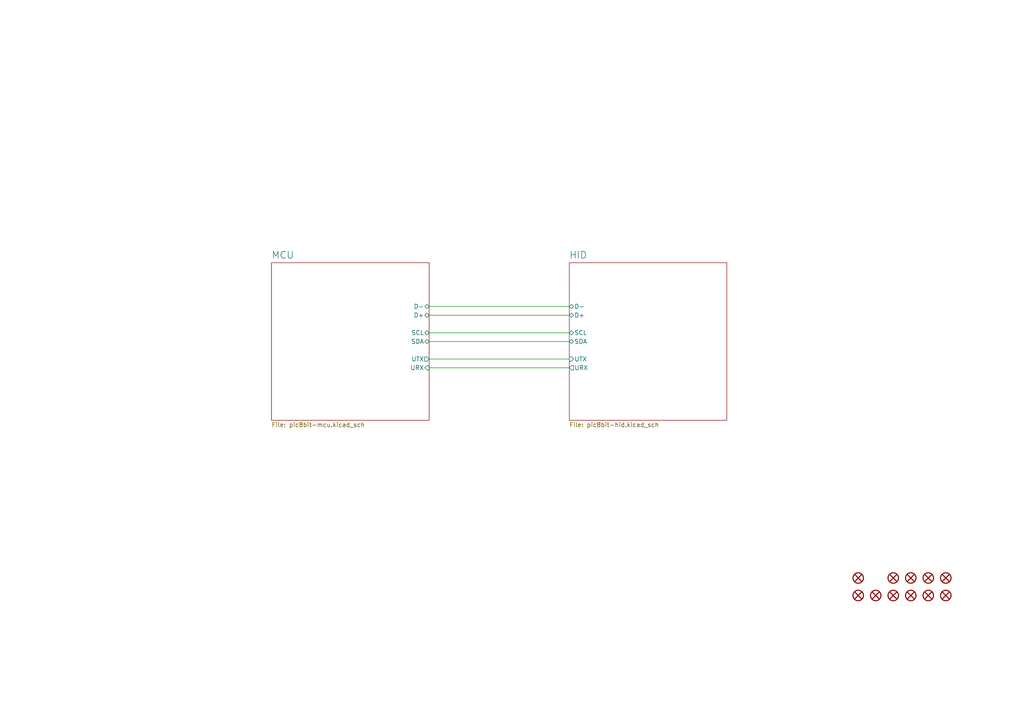
<source format=kicad_sch>
(kicad_sch (version 20250114) (generator "eeschema") (generator_version "9.0")
  (paper "A4")
  (title_block (title "Root") (date "01/2022") (rev "A") (comment 1 "PIC8-Bit Mini Trainer"))
  (lib_symbols
    (symbol "tronixio:HARWIN-JUMPER-0254-06MM-BLACK" (pin_numbers (hide yes)) (pin_names (offset 0) (hide yes))
      (symbol "HARWIN-JUMPER-0254-06MM-BLACK_0_1"
        (polyline (pts (xy -1.016 -1.016) (xy 1.016 1.016)) (stroke (width 0.3)))
        (circle (center 0 0) (radius 1.524) (stroke (width 0.3)))
        (polyline (pts (xy 1.016 -1.016) (xy -1.016 1.016)) (stroke (width 0.3)))
      )
    )
    (symbol "tronixio:KEYSTONE-9055" (pin_numbers (hide yes)) (pin_names (offset 0) (hide yes))
      (symbol "KEYSTONE-9055_0_1"
        (polyline (pts (xy -1.016 -1.016) (xy 1.016 1.016)) (stroke (width 0.3)))
        (circle (center 0 0) (radius 1.524) (stroke (width 0.3)))
        (polyline (pts (xy 1.016 -1.016) (xy -1.016 1.016)) (stroke (width 0.3)))
      )
    )
    (symbol "tronixio:PE-450-4X6X-BLACK" (pin_numbers (hide yes)) (pin_names (offset 0) (hide yes))
      (symbol "PE-450-4X6X-BLACK_0_1"
        (polyline (pts (xy -1.016 -1.016) (xy 1.016 1.016)) (stroke (width 0.3)))
        (circle (center 0 0) (radius 1.524) (stroke (width 0.3)))
        (polyline (pts (xy 1.016 -1.016) (xy -1.016 1.016)) (stroke (width 0.3)))
      )
    )
  )
  (wire (pts (xy 124.46 106.68) (xy 165.1 106.68)))
  (wire (pts (xy 124.46 91.44) (xy 165.1 91.44)))
  (wire (pts (xy 124.46 88.9) (xy 165.1 88.9)))
  (wire (pts (xy 124.46 99.06) (xy 165.1 99.06)))
  (wire (pts (xy 124.46 104.14) (xy 165.1 104.14)))
  (wire (pts (xy 124.46 96.52) (xy 165.1 96.52)))
  (symbol (lib_id "tronixio:HARWIN-JUMPER-0254-06MM-BLACK") (at 259.08 172.72 0) (unit 1) (in_bom no)
    (property "Reference" "JP103" (effects (hide yes)))
    (property "Value" "HARWIN-JUMPER-0254-06MM-BLACK" (effects (hide yes)))
    (property "Footprint" "tronixio:HARWIN-M20-7580-7583" (effects (hide yes)))
    (property "Datasheet" "https://cdn.harwin.com/pdfs/M7580-M7583.pdf" (effects (hide yes)))
    (property "Description" "2.54 Pitch Open Top Jumper Socket" (effects (hide yes)))
    (property "Mouser" "855-M7582" (effects (hide yes)))
  )
  (symbol (lib_id "tronixio:HARWIN-JUMPER-0254-06MM-BLACK") (at 248.92 172.72 0) (unit 1) (in_bom no)
    (property "Reference" "JP101" (effects (hide yes)))
    (property "Value" "HARWIN-JUMPER-0254-06MM-BLACK" (effects (hide yes)))
    (property "Footprint" "tronixio:HARWIN-M20-7580-7583" (effects (hide yes)))
    (property "Datasheet" "https://cdn.harwin.com/pdfs/M7580-M7583.pdf" (effects (hide yes)))
    (property "Description" "2.54 Pitch Open Top Jumper Socket" (effects (hide yes)))
    (property "Mouser" "855-M7582" (effects (hide yes)))
  )
  (symbol (lib_id "tronixio:PE-450-4X6X-BLACK") (at 248.92 167.64 0) (unit 1) (in_bom no)
    (property "Reference" "K101" (effects (hide yes)))
    (property "Value" "PE-450-4X6X-BLACK" (effects (hide yes)))
    (property "Footprint" "tronixio:PE-450-4X6X" (effects (hide yes)))
    (property "Datasheet" "https://www.mouser.fr/datasheet/2/209/EPD-200220-1171146.pdf" (effects (hide yes)))
    (property "Description" "Instrument Control Knobs" (effects (hide yes)))
    (property "Mouser" "450-476" (effects (hide yes)))
  )
  (symbol (lib_id "tronixio:HARWIN-JUMPER-0254-06MM-BLACK") (at 274.32 172.72 0) (unit 1) (in_bom no)
    (property "Reference" "JP106" (effects (hide yes)))
    (property "Value" "HARWIN-JUMPER-0254-06MM-BLACK" (effects (hide yes)))
    (property "Footprint" "tronixio:HARWIN-M20-7580-7583" (effects (hide yes)))
    (property "Datasheet" "https://cdn.harwin.com/pdfs/M7580-M7583.pdf" (effects (hide yes)))
    (property "Description" "2.54 Pitch Open Top Jumper Socket" (effects (hide yes)))
    (property "Mouser" "855-M7582" (effects (hide yes)))
  )
  (symbol (lib_id "tronixio:KEYSTONE-9055") (at 269.24 167.64 0) (unit 1) (in_bom no)
    (property "Reference" "H103" (effects (hide yes)))
    (property "Value" "KEYSTONE-9055" (effects (hide yes)))
    (property "Footprint" "tronixio:KEYSTONE-9055" (effects (hide yes)))
    (property "Datasheet" "https://www.keyelco.com/product-pdf.cfm?p=9757" (effects (hide yes)))
    (property "Mouser" "534-9055" (effects (hide yes)))
  )
  (symbol (lib_id "tronixio:HARWIN-JUMPER-0254-06MM-BLACK") (at 254 172.72 0) (unit 1) (in_bom no)
    (property "Reference" "JP102" (effects (hide yes)))
    (property "Value" "HARWIN-JUMPER-0254-06MM-BLACK" (effects (hide yes)))
    (property "Footprint" "tronixio:HARWIN-M20-7580-7583" (effects (hide yes)))
    (property "Datasheet" "https://cdn.harwin.com/pdfs/M7580-M7583.pdf" (effects (hide yes)))
    (property "Description" "2.54 Pitch Open Top Jumper Socket" (effects (hide yes)))
    (property "Mouser" "855-M7582" (effects (hide yes)))
  )
  (symbol (lib_id "tronixio:KEYSTONE-9055") (at 259.08 167.64 0) (unit 1) (in_bom no)
    (property "Reference" "H101" (effects (hide yes)))
    (property "Value" "KEYSTONE-9055" (effects (hide yes)))
    (property "Footprint" "tronixio:KEYSTONE-9055" (effects (hide yes)))
    (property "Datasheet" "https://www.keyelco.com/product-pdf.cfm?p=9757" (effects (hide yes)))
    (property "Mouser" "534-9055" (effects (hide yes)))
  )
  (symbol (lib_id "tronixio:HARWIN-JUMPER-0254-06MM-BLACK") (at 269.24 172.72 0) (unit 1) (in_bom no)
    (property "Reference" "JP105" (effects (hide yes)))
    (property "Value" "HARWIN-JUMPER-0254-06MM-BLACK" (effects (hide yes)))
    (property "Footprint" "tronixio:HARWIN-M20-7580-7583" (effects (hide yes)))
    (property "Datasheet" "https://cdn.harwin.com/pdfs/M7580-M7583.pdf" (effects (hide yes)))
    (property "Description" "2.54 Pitch Open Top Jumper Socket" (effects (hide yes)))
    (property "Mouser" "855-M7582" (effects (hide yes)))
  )
  (symbol (lib_id "tronixio:HARWIN-JUMPER-0254-06MM-BLACK") (at 264.16 172.72 0) (unit 1) (in_bom no)
    (property "Reference" "JP104" (effects (hide yes)))
    (property "Value" "HARWIN-JUMPER-0254-06MM-BLACK" (effects (hide yes)))
    (property "Footprint" "tronixio:HARWIN-M20-7580-7583" (effects (hide yes)))
    (property "Datasheet" "https://cdn.harwin.com/pdfs/M7580-M7583.pdf" (effects (hide yes)))
    (property "Description" "2.54 Pitch Open Top Jumper Socket" (effects (hide yes)))
    (property "Mouser" "855-M7582" (effects (hide yes)))
  )
  (symbol (lib_id "tronixio:KEYSTONE-9055") (at 264.16 167.64 0) (unit 1) (in_bom no)
    (property "Reference" "H102" (effects (hide yes)))
    (property "Value" "KEYSTONE-9055" (effects (hide yes)))
    (property "Footprint" "tronixio:KEYSTONE-9055" (effects (hide yes)))
    (property "Datasheet" "https://www.keyelco.com/product-pdf.cfm?p=9757" (effects (hide yes)))
    (property "Mouser" "534-9055" (effects (hide yes)))
  )
  (symbol (lib_id "tronixio:KEYSTONE-9055") (at 274.32 167.64 0) (unit 1) (in_bom no)
    (property "Reference" "H104" (effects (hide yes)))
    (property "Value" "KEYSTONE-9055" (effects (hide yes)))
    (property "Footprint" "tronixio:KEYSTONE-9055" (effects (hide yes)))
    (property "Datasheet" "https://www.keyelco.com/product-pdf.cfm?p=9757" (effects (hide yes)))
    (property "Mouser" "534-9055" (effects (hide yes)))
  )
  (sheet (at 78.74 76.2) (size 45.72 45.72) (stroke (width 0.1))
    (property "Sheetname" "MCU" (at 78.74 75.1496 0) (effects (font (size 2 2)) (justify left bottom)))
    (property "Sheetfile" "pic8bit-mcu.kicad_sch" (at 78.74 122.4784 0) (effects (justify left top)))
    (pin "SDA" bidirectional (at 124.46 99.06 0))
    (pin "D-" bidirectional (at 124.46 88.9 0))
    (pin "D+" bidirectional (at 124.46 91.44 0))
    (pin "URX" input (at 124.46 106.68 0))
    (pin "UTX" output (at 124.46 104.14 0))
    (pin "SCL" bidirectional (at 124.46 96.52 0))
  )
  (sheet (at 165.1 76.2) (size 45.72 45.72) (stroke (width 0.1))
    (property "Sheetname" "HID" (at 165.1 75.1496 0) (effects (font (size 2 2)) (justify left bottom)))
    (property "Sheetfile" "pic8bit-hid.kicad_sch" (at 165.1 122.4784 0) (effects (justify left top)))
    (pin "SDA" bidirectional (at 165.1 99.06 180))
    (pin "D+" bidirectional (at 165.1 91.44 180))
    (pin "D-" bidirectional (at 165.1 88.9 180))
    (pin "UTX" input (at 165.1 104.14 180))
    (pin "URX" output (at 165.1 106.68 180))
    (pin "SCL" bidirectional (at 165.1 96.52 180))
  )
)
</source>
